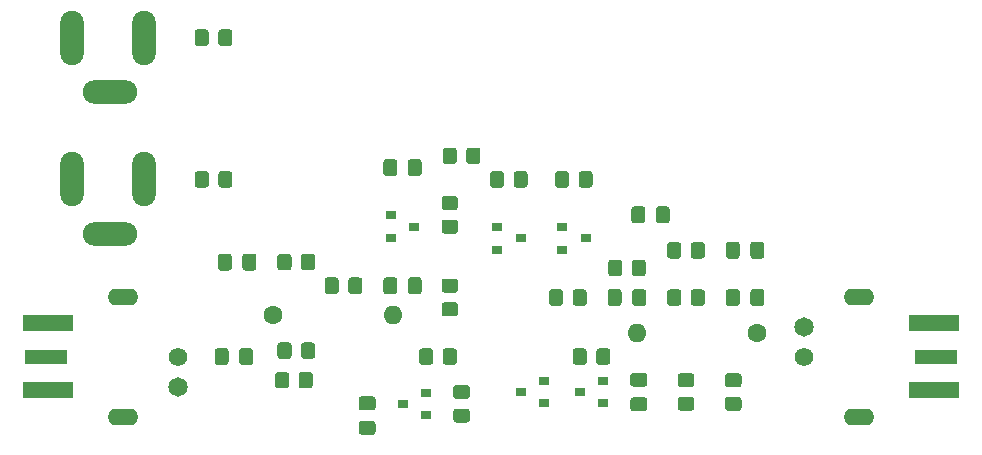
<source format=gts>
%TF.GenerationSoftware,KiCad,Pcbnew,(5.1.10)-1*%
%TF.CreationDate,2021-10-30T10:02:25-04:00*%
%TF.ProjectId,W7ZOI_TIA_SMT,57375a4f-495f-4544-9941-5f534d542e6b,rev?*%
%TF.SameCoordinates,Original*%
%TF.FileFunction,Soldermask,Top*%
%TF.FilePolarity,Negative*%
%FSLAX46Y46*%
G04 Gerber Fmt 4.6, Leading zero omitted, Abs format (unit mm)*
G04 Created by KiCad (PCBNEW (5.1.10)-1) date 2021-10-30 10:02:25*
%MOMM*%
%LPD*%
G01*
G04 APERTURE LIST*
%ADD10C,1.600000*%
%ADD11O,1.600000X1.600000*%
%ADD12R,4.200000X1.350000*%
%ADD13R,3.600000X1.270000*%
%ADD14C,1.574800*%
%ADD15C,1.651000*%
%ADD16O,2.600000X1.400000*%
%ADD17R,0.900000X0.800000*%
%ADD18O,4.600000X2.000000*%
%ADD19O,2.000000X4.600000*%
G04 APERTURE END LIST*
D10*
%TO.C,R11*%
X277040000Y-97534600D03*
D11*
X266880000Y-97534600D03*
%TD*%
D12*
%TO.C,P1*%
X217040000Y-96709600D03*
X217040000Y-102359600D03*
D13*
X216840000Y-99534600D03*
%TD*%
%TO.C,P2*%
X292240000Y-99534600D03*
D12*
X292040000Y-96709600D03*
X292040000Y-102359600D03*
%TD*%
D14*
%TO.C,P3*%
X228040000Y-99534600D03*
D15*
X228040000Y-102074600D03*
D16*
X223360000Y-104614600D03*
X223360000Y-94454600D03*
%TD*%
%TO.C,P4*%
X285720000Y-104614600D03*
X285720000Y-94454600D03*
D15*
X281040000Y-96994600D03*
D14*
X281040000Y-99534600D03*
%TD*%
%TO.C,C1*%
G36*
G01*
X266415000Y-88009600D02*
X266415000Y-87059600D01*
G75*
G02*
X266665000Y-86809600I250000J0D01*
G01*
X267340000Y-86809600D01*
G75*
G02*
X267590000Y-87059600I0J-250000D01*
G01*
X267590000Y-88009600D01*
G75*
G02*
X267340000Y-88259600I-250000J0D01*
G01*
X266665000Y-88259600D01*
G75*
G02*
X266415000Y-88009600I0J250000D01*
G01*
G37*
G36*
G01*
X268490000Y-88009600D02*
X268490000Y-87059600D01*
G75*
G02*
X268740000Y-86809600I250000J0D01*
G01*
X269415000Y-86809600D01*
G75*
G02*
X269665000Y-87059600I0J-250000D01*
G01*
X269665000Y-88009600D01*
G75*
G02*
X269415000Y-88259600I-250000J0D01*
G01*
X268740000Y-88259600D01*
G75*
G02*
X268490000Y-88009600I0J250000D01*
G01*
G37*
%TD*%
%TO.C,C2*%
G36*
G01*
X232590000Y-91059600D02*
X232590000Y-92009600D01*
G75*
G02*
X232340000Y-92259600I-250000J0D01*
G01*
X231665000Y-92259600D01*
G75*
G02*
X231415000Y-92009600I0J250000D01*
G01*
X231415000Y-91059600D01*
G75*
G02*
X231665000Y-90809600I250000J0D01*
G01*
X232340000Y-90809600D01*
G75*
G02*
X232590000Y-91059600I0J-250000D01*
G01*
G37*
G36*
G01*
X234665000Y-91059600D02*
X234665000Y-92009600D01*
G75*
G02*
X234415000Y-92259600I-250000J0D01*
G01*
X233740000Y-92259600D01*
G75*
G02*
X233490000Y-92009600I0J250000D01*
G01*
X233490000Y-91059600D01*
G75*
G02*
X233740000Y-90809600I250000J0D01*
G01*
X234415000Y-90809600D01*
G75*
G02*
X234665000Y-91059600I0J-250000D01*
G01*
G37*
%TD*%
%TO.C,C3*%
G36*
G01*
X248665000Y-83059600D02*
X248665000Y-84009600D01*
G75*
G02*
X248415000Y-84259600I-250000J0D01*
G01*
X247740000Y-84259600D01*
G75*
G02*
X247490000Y-84009600I0J250000D01*
G01*
X247490000Y-83059600D01*
G75*
G02*
X247740000Y-82809600I250000J0D01*
G01*
X248415000Y-82809600D01*
G75*
G02*
X248665000Y-83059600I0J-250000D01*
G01*
G37*
G36*
G01*
X246590000Y-83059600D02*
X246590000Y-84009600D01*
G75*
G02*
X246340000Y-84259600I-250000J0D01*
G01*
X245665000Y-84259600D01*
G75*
G02*
X245415000Y-84009600I0J250000D01*
G01*
X245415000Y-83059600D01*
G75*
G02*
X245665000Y-82809600I250000J0D01*
G01*
X246340000Y-82809600D01*
G75*
G02*
X246590000Y-83059600I0J-250000D01*
G01*
G37*
%TD*%
%TO.C,C4*%
G36*
G01*
X246590000Y-93059600D02*
X246590000Y-94009600D01*
G75*
G02*
X246340000Y-94259600I-250000J0D01*
G01*
X245665000Y-94259600D01*
G75*
G02*
X245415000Y-94009600I0J250000D01*
G01*
X245415000Y-93059600D01*
G75*
G02*
X245665000Y-92809600I250000J0D01*
G01*
X246340000Y-92809600D01*
G75*
G02*
X246590000Y-93059600I0J-250000D01*
G01*
G37*
G36*
G01*
X248665000Y-93059600D02*
X248665000Y-94009600D01*
G75*
G02*
X248415000Y-94259600I-250000J0D01*
G01*
X247740000Y-94259600D01*
G75*
G02*
X247490000Y-94009600I0J250000D01*
G01*
X247490000Y-93059600D01*
G75*
G02*
X247740000Y-92809600I250000J0D01*
G01*
X248415000Y-92809600D01*
G75*
G02*
X248665000Y-93059600I0J-250000D01*
G01*
G37*
%TD*%
%TO.C,C5*%
G36*
G01*
X275590000Y-94059600D02*
X275590000Y-95009600D01*
G75*
G02*
X275340000Y-95259600I-250000J0D01*
G01*
X274665000Y-95259600D01*
G75*
G02*
X274415000Y-95009600I0J250000D01*
G01*
X274415000Y-94059600D01*
G75*
G02*
X274665000Y-93809600I250000J0D01*
G01*
X275340000Y-93809600D01*
G75*
G02*
X275590000Y-94059600I0J-250000D01*
G01*
G37*
G36*
G01*
X277665000Y-94059600D02*
X277665000Y-95009600D01*
G75*
G02*
X277415000Y-95259600I-250000J0D01*
G01*
X276740000Y-95259600D01*
G75*
G02*
X276490000Y-95009600I0J250000D01*
G01*
X276490000Y-94059600D01*
G75*
G02*
X276740000Y-93809600I250000J0D01*
G01*
X277415000Y-93809600D01*
G75*
G02*
X277665000Y-94059600I0J-250000D01*
G01*
G37*
%TD*%
%TO.C,C6*%
G36*
G01*
X274415000Y-91009600D02*
X274415000Y-90059600D01*
G75*
G02*
X274665000Y-89809600I250000J0D01*
G01*
X275340000Y-89809600D01*
G75*
G02*
X275590000Y-90059600I0J-250000D01*
G01*
X275590000Y-91009600D01*
G75*
G02*
X275340000Y-91259600I-250000J0D01*
G01*
X274665000Y-91259600D01*
G75*
G02*
X274415000Y-91009600I0J250000D01*
G01*
G37*
G36*
G01*
X276490000Y-91009600D02*
X276490000Y-90059600D01*
G75*
G02*
X276740000Y-89809600I250000J0D01*
G01*
X277415000Y-89809600D01*
G75*
G02*
X277665000Y-90059600I0J-250000D01*
G01*
X277665000Y-91009600D01*
G75*
G02*
X277415000Y-91259600I-250000J0D01*
G01*
X276740000Y-91259600D01*
G75*
G02*
X276490000Y-91009600I0J250000D01*
G01*
G37*
%TD*%
%TO.C,C7*%
G36*
G01*
X243565000Y-102909600D02*
X244515000Y-102909600D01*
G75*
G02*
X244765000Y-103159600I0J-250000D01*
G01*
X244765000Y-103834600D01*
G75*
G02*
X244515000Y-104084600I-250000J0D01*
G01*
X243565000Y-104084600D01*
G75*
G02*
X243315000Y-103834600I0J250000D01*
G01*
X243315000Y-103159600D01*
G75*
G02*
X243565000Y-102909600I250000J0D01*
G01*
G37*
G36*
G01*
X243565000Y-104984600D02*
X244515000Y-104984600D01*
G75*
G02*
X244765000Y-105234600I0J-250000D01*
G01*
X244765000Y-105909600D01*
G75*
G02*
X244515000Y-106159600I-250000J0D01*
G01*
X243565000Y-106159600D01*
G75*
G02*
X243315000Y-105909600I0J250000D01*
G01*
X243315000Y-105234600D01*
G75*
G02*
X243565000Y-104984600I250000J0D01*
G01*
G37*
%TD*%
%TO.C,C8*%
G36*
G01*
X266565000Y-102984600D02*
X267515000Y-102984600D01*
G75*
G02*
X267765000Y-103234600I0J-250000D01*
G01*
X267765000Y-103909600D01*
G75*
G02*
X267515000Y-104159600I-250000J0D01*
G01*
X266565000Y-104159600D01*
G75*
G02*
X266315000Y-103909600I0J250000D01*
G01*
X266315000Y-103234600D01*
G75*
G02*
X266565000Y-102984600I250000J0D01*
G01*
G37*
G36*
G01*
X266565000Y-100909600D02*
X267515000Y-100909600D01*
G75*
G02*
X267765000Y-101159600I0J-250000D01*
G01*
X267765000Y-101834600D01*
G75*
G02*
X267515000Y-102084600I-250000J0D01*
G01*
X266565000Y-102084600D01*
G75*
G02*
X266315000Y-101834600I0J250000D01*
G01*
X266315000Y-101159600D01*
G75*
G02*
X266565000Y-100909600I250000J0D01*
G01*
G37*
%TD*%
%TO.C,C9*%
G36*
G01*
X264415000Y-95009600D02*
X264415000Y-94059600D01*
G75*
G02*
X264665000Y-93809600I250000J0D01*
G01*
X265340000Y-93809600D01*
G75*
G02*
X265590000Y-94059600I0J-250000D01*
G01*
X265590000Y-95009600D01*
G75*
G02*
X265340000Y-95259600I-250000J0D01*
G01*
X264665000Y-95259600D01*
G75*
G02*
X264415000Y-95009600I0J250000D01*
G01*
G37*
G36*
G01*
X266490000Y-95009600D02*
X266490000Y-94059600D01*
G75*
G02*
X266740000Y-93809600I250000J0D01*
G01*
X267415000Y-93809600D01*
G75*
G02*
X267665000Y-94059600I0J-250000D01*
G01*
X267665000Y-95009600D01*
G75*
G02*
X267415000Y-95259600I-250000J0D01*
G01*
X266740000Y-95259600D01*
G75*
G02*
X266490000Y-95009600I0J250000D01*
G01*
G37*
%TD*%
%TO.C,C10*%
G36*
G01*
X233210000Y-100009600D02*
X233210000Y-99059600D01*
G75*
G02*
X233460000Y-98809600I250000J0D01*
G01*
X234135000Y-98809600D01*
G75*
G02*
X234385000Y-99059600I0J-250000D01*
G01*
X234385000Y-100009600D01*
G75*
G02*
X234135000Y-100259600I-250000J0D01*
G01*
X233460000Y-100259600D01*
G75*
G02*
X233210000Y-100009600I0J250000D01*
G01*
G37*
G36*
G01*
X231135000Y-100009600D02*
X231135000Y-99059600D01*
G75*
G02*
X231385000Y-98809600I250000J0D01*
G01*
X232060000Y-98809600D01*
G75*
G02*
X232310000Y-99059600I0J-250000D01*
G01*
X232310000Y-100009600D01*
G75*
G02*
X232060000Y-100259600I-250000J0D01*
G01*
X231385000Y-100259600D01*
G75*
G02*
X231135000Y-100009600I0J250000D01*
G01*
G37*
%TD*%
%TO.C,R1*%
G36*
G01*
X251640000Y-82084599D02*
X251640000Y-82984601D01*
G75*
G02*
X251390001Y-83234600I-249999J0D01*
G01*
X250689999Y-83234600D01*
G75*
G02*
X250440000Y-82984601I0J249999D01*
G01*
X250440000Y-82084599D01*
G75*
G02*
X250689999Y-81834600I249999J0D01*
G01*
X251390001Y-81834600D01*
G75*
G02*
X251640000Y-82084599I0J-249999D01*
G01*
G37*
G36*
G01*
X253640000Y-82084599D02*
X253640000Y-82984601D01*
G75*
G02*
X253390001Y-83234600I-249999J0D01*
G01*
X252689999Y-83234600D01*
G75*
G02*
X252440000Y-82984601I0J249999D01*
G01*
X252440000Y-82084599D01*
G75*
G02*
X252689999Y-81834600I249999J0D01*
G01*
X253390001Y-81834600D01*
G75*
G02*
X253640000Y-82084599I0J-249999D01*
G01*
G37*
%TD*%
%TO.C,R2*%
G36*
G01*
X236440000Y-91984601D02*
X236440000Y-91084599D01*
G75*
G02*
X236689999Y-90834600I249999J0D01*
G01*
X237390001Y-90834600D01*
G75*
G02*
X237640000Y-91084599I0J-249999D01*
G01*
X237640000Y-91984601D01*
G75*
G02*
X237390001Y-92234600I-249999J0D01*
G01*
X236689999Y-92234600D01*
G75*
G02*
X236440000Y-91984601I0J249999D01*
G01*
G37*
G36*
G01*
X238440000Y-91984601D02*
X238440000Y-91084599D01*
G75*
G02*
X238689999Y-90834600I249999J0D01*
G01*
X239390001Y-90834600D01*
G75*
G02*
X239640000Y-91084599I0J-249999D01*
G01*
X239640000Y-91984601D01*
G75*
G02*
X239390001Y-92234600I-249999J0D01*
G01*
X238689999Y-92234600D01*
G75*
G02*
X238440000Y-91984601I0J249999D01*
G01*
G37*
%TD*%
%TO.C,R3*%
G36*
G01*
X251490001Y-89134600D02*
X250589999Y-89134600D01*
G75*
G02*
X250340000Y-88884601I0J249999D01*
G01*
X250340000Y-88184599D01*
G75*
G02*
X250589999Y-87934600I249999J0D01*
G01*
X251490001Y-87934600D01*
G75*
G02*
X251740000Y-88184599I0J-249999D01*
G01*
X251740000Y-88884601D01*
G75*
G02*
X251490001Y-89134600I-249999J0D01*
G01*
G37*
G36*
G01*
X251490001Y-87134600D02*
X250589999Y-87134600D01*
G75*
G02*
X250340000Y-86884601I0J249999D01*
G01*
X250340000Y-86184599D01*
G75*
G02*
X250589999Y-85934600I249999J0D01*
G01*
X251490001Y-85934600D01*
G75*
G02*
X251740000Y-86184599I0J-249999D01*
G01*
X251740000Y-86884601D01*
G75*
G02*
X251490001Y-87134600I-249999J0D01*
G01*
G37*
%TD*%
%TO.C,R4*%
G36*
G01*
X231440000Y-72984601D02*
X231440000Y-72084599D01*
G75*
G02*
X231689999Y-71834600I249999J0D01*
G01*
X232390001Y-71834600D01*
G75*
G02*
X232640000Y-72084599I0J-249999D01*
G01*
X232640000Y-72984601D01*
G75*
G02*
X232390001Y-73234600I-249999J0D01*
G01*
X231689999Y-73234600D01*
G75*
G02*
X231440000Y-72984601I0J249999D01*
G01*
G37*
G36*
G01*
X229440000Y-72984601D02*
X229440000Y-72084599D01*
G75*
G02*
X229689999Y-71834600I249999J0D01*
G01*
X230390001Y-71834600D01*
G75*
G02*
X230640000Y-72084599I0J-249999D01*
G01*
X230640000Y-72984601D01*
G75*
G02*
X230390001Y-73234600I-249999J0D01*
G01*
X229689999Y-73234600D01*
G75*
G02*
X229440000Y-72984601I0J249999D01*
G01*
G37*
%TD*%
%TO.C,R5*%
G36*
G01*
X257640000Y-84084599D02*
X257640000Y-84984601D01*
G75*
G02*
X257390001Y-85234600I-249999J0D01*
G01*
X256689999Y-85234600D01*
G75*
G02*
X256440000Y-84984601I0J249999D01*
G01*
X256440000Y-84084599D01*
G75*
G02*
X256689999Y-83834600I249999J0D01*
G01*
X257390001Y-83834600D01*
G75*
G02*
X257640000Y-84084599I0J-249999D01*
G01*
G37*
G36*
G01*
X255640000Y-84084599D02*
X255640000Y-84984601D01*
G75*
G02*
X255390001Y-85234600I-249999J0D01*
G01*
X254689999Y-85234600D01*
G75*
G02*
X254440000Y-84984601I0J249999D01*
G01*
X254440000Y-84084599D01*
G75*
G02*
X254689999Y-83834600I249999J0D01*
G01*
X255390001Y-83834600D01*
G75*
G02*
X255640000Y-84084599I0J-249999D01*
G01*
G37*
%TD*%
%TO.C,R6*%
G36*
G01*
X243640000Y-93084599D02*
X243640000Y-93984601D01*
G75*
G02*
X243390001Y-94234600I-249999J0D01*
G01*
X242689999Y-94234600D01*
G75*
G02*
X242440000Y-93984601I0J249999D01*
G01*
X242440000Y-93084599D01*
G75*
G02*
X242689999Y-92834600I249999J0D01*
G01*
X243390001Y-92834600D01*
G75*
G02*
X243640000Y-93084599I0J-249999D01*
G01*
G37*
G36*
G01*
X241640000Y-93084599D02*
X241640000Y-93984601D01*
G75*
G02*
X241390001Y-94234600I-249999J0D01*
G01*
X240689999Y-94234600D01*
G75*
G02*
X240440000Y-93984601I0J249999D01*
G01*
X240440000Y-93084599D01*
G75*
G02*
X240689999Y-92834600I249999J0D01*
G01*
X241390001Y-92834600D01*
G75*
G02*
X241640000Y-93084599I0J-249999D01*
G01*
G37*
%TD*%
%TO.C,R7*%
G36*
G01*
X250589999Y-94934600D02*
X251490001Y-94934600D01*
G75*
G02*
X251740000Y-95184599I0J-249999D01*
G01*
X251740000Y-95884601D01*
G75*
G02*
X251490001Y-96134600I-249999J0D01*
G01*
X250589999Y-96134600D01*
G75*
G02*
X250340000Y-95884601I0J249999D01*
G01*
X250340000Y-95184599D01*
G75*
G02*
X250589999Y-94934600I249999J0D01*
G01*
G37*
G36*
G01*
X250589999Y-92934600D02*
X251490001Y-92934600D01*
G75*
G02*
X251740000Y-93184599I0J-249999D01*
G01*
X251740000Y-93884601D01*
G75*
G02*
X251490001Y-94134600I-249999J0D01*
G01*
X250589999Y-94134600D01*
G75*
G02*
X250340000Y-93884601I0J249999D01*
G01*
X250340000Y-93184599D01*
G75*
G02*
X250589999Y-92934600I249999J0D01*
G01*
G37*
%TD*%
%TO.C,R8*%
G36*
G01*
X261940000Y-84984601D02*
X261940000Y-84084599D01*
G75*
G02*
X262189999Y-83834600I249999J0D01*
G01*
X262890001Y-83834600D01*
G75*
G02*
X263140000Y-84084599I0J-249999D01*
G01*
X263140000Y-84984601D01*
G75*
G02*
X262890001Y-85234600I-249999J0D01*
G01*
X262189999Y-85234600D01*
G75*
G02*
X261940000Y-84984601I0J249999D01*
G01*
G37*
G36*
G01*
X259940000Y-84984601D02*
X259940000Y-84084599D01*
G75*
G02*
X260189999Y-83834600I249999J0D01*
G01*
X260890001Y-83834600D01*
G75*
G02*
X261140000Y-84084599I0J-249999D01*
G01*
X261140000Y-84984601D01*
G75*
G02*
X260890001Y-85234600I-249999J0D01*
G01*
X260189999Y-85234600D01*
G75*
G02*
X259940000Y-84984601I0J249999D01*
G01*
G37*
%TD*%
%TO.C,R9*%
G36*
G01*
X269440000Y-90984601D02*
X269440000Y-90084599D01*
G75*
G02*
X269689999Y-89834600I249999J0D01*
G01*
X270390001Y-89834600D01*
G75*
G02*
X270640000Y-90084599I0J-249999D01*
G01*
X270640000Y-90984601D01*
G75*
G02*
X270390001Y-91234600I-249999J0D01*
G01*
X269689999Y-91234600D01*
G75*
G02*
X269440000Y-90984601I0J249999D01*
G01*
G37*
G36*
G01*
X271440000Y-90984601D02*
X271440000Y-90084599D01*
G75*
G02*
X271689999Y-89834600I249999J0D01*
G01*
X272390001Y-89834600D01*
G75*
G02*
X272640000Y-90084599I0J-249999D01*
G01*
X272640000Y-90984601D01*
G75*
G02*
X272390001Y-91234600I-249999J0D01*
G01*
X271689999Y-91234600D01*
G75*
G02*
X271440000Y-90984601I0J249999D01*
G01*
G37*
%TD*%
%TO.C,R10*%
G36*
G01*
X270640000Y-94084599D02*
X270640000Y-94984601D01*
G75*
G02*
X270390001Y-95234600I-249999J0D01*
G01*
X269689999Y-95234600D01*
G75*
G02*
X269440000Y-94984601I0J249999D01*
G01*
X269440000Y-94084599D01*
G75*
G02*
X269689999Y-93834600I249999J0D01*
G01*
X270390001Y-93834600D01*
G75*
G02*
X270640000Y-94084599I0J-249999D01*
G01*
G37*
G36*
G01*
X272640000Y-94084599D02*
X272640000Y-94984601D01*
G75*
G02*
X272390001Y-95234600I-249999J0D01*
G01*
X271689999Y-95234600D01*
G75*
G02*
X271440000Y-94984601I0J249999D01*
G01*
X271440000Y-94084599D01*
G75*
G02*
X271689999Y-93834600I249999J0D01*
G01*
X272390001Y-93834600D01*
G75*
G02*
X272640000Y-94084599I0J-249999D01*
G01*
G37*
%TD*%
%TO.C,R12*%
G36*
G01*
X229440000Y-84984601D02*
X229440000Y-84084599D01*
G75*
G02*
X229689999Y-83834600I249999J0D01*
G01*
X230390001Y-83834600D01*
G75*
G02*
X230640000Y-84084599I0J-249999D01*
G01*
X230640000Y-84984601D01*
G75*
G02*
X230390001Y-85234600I-249999J0D01*
G01*
X229689999Y-85234600D01*
G75*
G02*
X229440000Y-84984601I0J249999D01*
G01*
G37*
G36*
G01*
X231440000Y-84984601D02*
X231440000Y-84084599D01*
G75*
G02*
X231689999Y-83834600I249999J0D01*
G01*
X232390001Y-83834600D01*
G75*
G02*
X232640000Y-84084599I0J-249999D01*
G01*
X232640000Y-84984601D01*
G75*
G02*
X232390001Y-85234600I-249999J0D01*
G01*
X231689999Y-85234600D01*
G75*
G02*
X231440000Y-84984601I0J249999D01*
G01*
G37*
%TD*%
%TO.C,R13*%
G36*
G01*
X270589999Y-102934600D02*
X271490001Y-102934600D01*
G75*
G02*
X271740000Y-103184599I0J-249999D01*
G01*
X271740000Y-103884601D01*
G75*
G02*
X271490001Y-104134600I-249999J0D01*
G01*
X270589999Y-104134600D01*
G75*
G02*
X270340000Y-103884601I0J249999D01*
G01*
X270340000Y-103184599D01*
G75*
G02*
X270589999Y-102934600I249999J0D01*
G01*
G37*
G36*
G01*
X270589999Y-100934600D02*
X271490001Y-100934600D01*
G75*
G02*
X271740000Y-101184599I0J-249999D01*
G01*
X271740000Y-101884601D01*
G75*
G02*
X271490001Y-102134600I-249999J0D01*
G01*
X270589999Y-102134600D01*
G75*
G02*
X270340000Y-101884601I0J249999D01*
G01*
X270340000Y-101184599D01*
G75*
G02*
X270589999Y-100934600I249999J0D01*
G01*
G37*
%TD*%
%TO.C,R14*%
G36*
G01*
X275490001Y-104134600D02*
X274589999Y-104134600D01*
G75*
G02*
X274340000Y-103884601I0J249999D01*
G01*
X274340000Y-103184599D01*
G75*
G02*
X274589999Y-102934600I249999J0D01*
G01*
X275490001Y-102934600D01*
G75*
G02*
X275740000Y-103184599I0J-249999D01*
G01*
X275740000Y-103884601D01*
G75*
G02*
X275490001Y-104134600I-249999J0D01*
G01*
G37*
G36*
G01*
X275490001Y-102134600D02*
X274589999Y-102134600D01*
G75*
G02*
X274340000Y-101884601I0J249999D01*
G01*
X274340000Y-101184599D01*
G75*
G02*
X274589999Y-100934600I249999J0D01*
G01*
X275490001Y-100934600D01*
G75*
G02*
X275740000Y-101184599I0J-249999D01*
G01*
X275740000Y-101884601D01*
G75*
G02*
X275490001Y-102134600I-249999J0D01*
G01*
G37*
%TD*%
%TO.C,R15*%
G36*
G01*
X261440000Y-99984601D02*
X261440000Y-99084599D01*
G75*
G02*
X261689999Y-98834600I249999J0D01*
G01*
X262390001Y-98834600D01*
G75*
G02*
X262640000Y-99084599I0J-249999D01*
G01*
X262640000Y-99984601D01*
G75*
G02*
X262390001Y-100234600I-249999J0D01*
G01*
X261689999Y-100234600D01*
G75*
G02*
X261440000Y-99984601I0J249999D01*
G01*
G37*
G36*
G01*
X263440000Y-99984601D02*
X263440000Y-99084599D01*
G75*
G02*
X263689999Y-98834600I249999J0D01*
G01*
X264390001Y-98834600D01*
G75*
G02*
X264640000Y-99084599I0J-249999D01*
G01*
X264640000Y-99984601D01*
G75*
G02*
X264390001Y-100234600I-249999J0D01*
G01*
X263689999Y-100234600D01*
G75*
G02*
X263440000Y-99984601I0J249999D01*
G01*
G37*
%TD*%
%TO.C,R16*%
G36*
G01*
X251589999Y-103934600D02*
X252490001Y-103934600D01*
G75*
G02*
X252740000Y-104184599I0J-249999D01*
G01*
X252740000Y-104884601D01*
G75*
G02*
X252490001Y-105134600I-249999J0D01*
G01*
X251589999Y-105134600D01*
G75*
G02*
X251340000Y-104884601I0J249999D01*
G01*
X251340000Y-104184599D01*
G75*
G02*
X251589999Y-103934600I249999J0D01*
G01*
G37*
G36*
G01*
X251589999Y-101934600D02*
X252490001Y-101934600D01*
G75*
G02*
X252740000Y-102184599I0J-249999D01*
G01*
X252740000Y-102884601D01*
G75*
G02*
X252490001Y-103134600I-249999J0D01*
G01*
X251589999Y-103134600D01*
G75*
G02*
X251340000Y-102884601I0J249999D01*
G01*
X251340000Y-102184599D01*
G75*
G02*
X251589999Y-101934600I249999J0D01*
G01*
G37*
%TD*%
%TO.C,R17*%
G36*
G01*
X265640000Y-91584599D02*
X265640000Y-92484601D01*
G75*
G02*
X265390001Y-92734600I-249999J0D01*
G01*
X264689999Y-92734600D01*
G75*
G02*
X264440000Y-92484601I0J249999D01*
G01*
X264440000Y-91584599D01*
G75*
G02*
X264689999Y-91334600I249999J0D01*
G01*
X265390001Y-91334600D01*
G75*
G02*
X265640000Y-91584599I0J-249999D01*
G01*
G37*
G36*
G01*
X267640000Y-91584599D02*
X267640000Y-92484601D01*
G75*
G02*
X267390001Y-92734600I-249999J0D01*
G01*
X266689999Y-92734600D01*
G75*
G02*
X266440000Y-92484601I0J249999D01*
G01*
X266440000Y-91584599D01*
G75*
G02*
X266689999Y-91334600I249999J0D01*
G01*
X267390001Y-91334600D01*
G75*
G02*
X267640000Y-91584599I0J-249999D01*
G01*
G37*
%TD*%
%TO.C,R18*%
G36*
G01*
X260640000Y-94084599D02*
X260640000Y-94984601D01*
G75*
G02*
X260390001Y-95234600I-249999J0D01*
G01*
X259689999Y-95234600D01*
G75*
G02*
X259440000Y-94984601I0J249999D01*
G01*
X259440000Y-94084599D01*
G75*
G02*
X259689999Y-93834600I249999J0D01*
G01*
X260390001Y-93834600D01*
G75*
G02*
X260640000Y-94084599I0J-249999D01*
G01*
G37*
G36*
G01*
X262640000Y-94084599D02*
X262640000Y-94984601D01*
G75*
G02*
X262390001Y-95234600I-249999J0D01*
G01*
X261689999Y-95234600D01*
G75*
G02*
X261440000Y-94984601I0J249999D01*
G01*
X261440000Y-94084599D01*
G75*
G02*
X261689999Y-93834600I249999J0D01*
G01*
X262390001Y-93834600D01*
G75*
G02*
X262640000Y-94084599I0J-249999D01*
G01*
G37*
%TD*%
%TO.C,R19*%
G36*
G01*
X248440000Y-99984601D02*
X248440000Y-99084599D01*
G75*
G02*
X248689999Y-98834600I249999J0D01*
G01*
X249390001Y-98834600D01*
G75*
G02*
X249640000Y-99084599I0J-249999D01*
G01*
X249640000Y-99984601D01*
G75*
G02*
X249390001Y-100234600I-249999J0D01*
G01*
X248689999Y-100234600D01*
G75*
G02*
X248440000Y-99984601I0J249999D01*
G01*
G37*
G36*
G01*
X250440000Y-99984601D02*
X250440000Y-99084599D01*
G75*
G02*
X250689999Y-98834600I249999J0D01*
G01*
X251390001Y-98834600D01*
G75*
G02*
X251640000Y-99084599I0J-249999D01*
G01*
X251640000Y-99984601D01*
G75*
G02*
X251390001Y-100234600I-249999J0D01*
G01*
X250689999Y-100234600D01*
G75*
G02*
X250440000Y-99984601I0J249999D01*
G01*
G37*
%TD*%
%TO.C,R20*%
G36*
G01*
X239640000Y-98584599D02*
X239640000Y-99484601D01*
G75*
G02*
X239390001Y-99734600I-249999J0D01*
G01*
X238689999Y-99734600D01*
G75*
G02*
X238440000Y-99484601I0J249999D01*
G01*
X238440000Y-98584599D01*
G75*
G02*
X238689999Y-98334600I249999J0D01*
G01*
X239390001Y-98334600D01*
G75*
G02*
X239640000Y-98584599I0J-249999D01*
G01*
G37*
G36*
G01*
X237640000Y-98584599D02*
X237640000Y-99484601D01*
G75*
G02*
X237390001Y-99734600I-249999J0D01*
G01*
X236689999Y-99734600D01*
G75*
G02*
X236440000Y-99484601I0J249999D01*
G01*
X236440000Y-98584599D01*
G75*
G02*
X236689999Y-98334600I249999J0D01*
G01*
X237390001Y-98334600D01*
G75*
G02*
X237640000Y-98584599I0J-249999D01*
G01*
G37*
%TD*%
%TO.C,R21*%
G36*
G01*
X238240000Y-101984601D02*
X238240000Y-101084599D01*
G75*
G02*
X238489999Y-100834600I249999J0D01*
G01*
X239190001Y-100834600D01*
G75*
G02*
X239440000Y-101084599I0J-249999D01*
G01*
X239440000Y-101984601D01*
G75*
G02*
X239190001Y-102234600I-249999J0D01*
G01*
X238489999Y-102234600D01*
G75*
G02*
X238240000Y-101984601I0J249999D01*
G01*
G37*
G36*
G01*
X236240000Y-101984601D02*
X236240000Y-101084599D01*
G75*
G02*
X236489999Y-100834600I249999J0D01*
G01*
X237190001Y-100834600D01*
G75*
G02*
X237440000Y-101084599I0J-249999D01*
G01*
X237440000Y-101984601D01*
G75*
G02*
X237190001Y-102234600I-249999J0D01*
G01*
X236489999Y-102234600D01*
G75*
G02*
X236240000Y-101984601I0J249999D01*
G01*
G37*
%TD*%
D17*
%TO.C,Q1*%
X246040000Y-87584600D03*
X246040000Y-89484600D03*
X248040000Y-88534600D03*
%TD*%
%TO.C,Q2*%
X257040000Y-89534600D03*
X255040000Y-90484600D03*
X255040000Y-88584600D03*
%TD*%
%TO.C,Q3*%
X260540000Y-88584600D03*
X260540000Y-90484600D03*
X262540000Y-89534600D03*
%TD*%
%TO.C,Q4*%
X262040000Y-102534600D03*
X264040000Y-101584600D03*
X264040000Y-103484600D03*
%TD*%
%TO.C,Q5*%
X249040000Y-104484600D03*
X249040000Y-102584600D03*
X247040000Y-103534600D03*
%TD*%
%TO.C,Q6*%
X257040000Y-102534600D03*
X259040000Y-101584600D03*
X259040000Y-103484600D03*
%TD*%
D18*
%TO.C,J1*%
X222240000Y-77134600D03*
D19*
X225140000Y-72534600D03*
X219040000Y-72534600D03*
%TD*%
%TO.C,J2*%
X219040000Y-84534600D03*
X225140000Y-84534600D03*
D18*
X222240000Y-89134600D03*
%TD*%
D11*
%TO.C,R22*%
X246200000Y-96034600D03*
D10*
X236040000Y-96034600D03*
%TD*%
M02*

</source>
